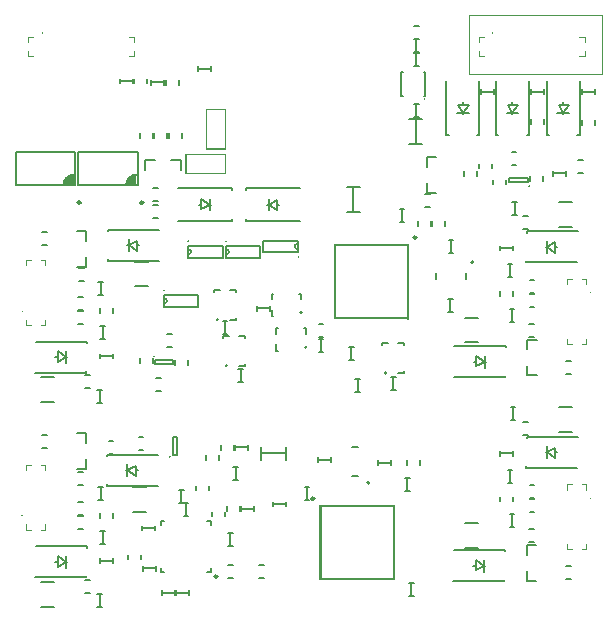
<source format=gbo>
G04*
G04 #@! TF.GenerationSoftware,Altium Limited,Altium Designer,24.9.1 (31)*
G04*
G04 Layer_Color=32896*
%FSLAX44Y44*%
%MOMM*%
G71*
G04*
G04 #@! TF.SameCoordinates,22428939-7FEC-4B67-BCAF-D19850B6772B*
G04*
G04*
G04 #@! TF.FilePolarity,Positive*
G04*
G01*
G75*
%ADD10C,0.1500*%
%ADD11C,0.2000*%
%ADD12C,0.2500*%
%ADD13C,0.1270*%
%ADD14C,0.1000*%
%ADD140C,0.0500*%
G36*
X1324000Y590504D02*
X1262000D01*
X1261800D01*
X1261431Y590351D01*
X1261149Y590069D01*
X1260996Y589700D01*
Y589500D01*
D01*
Y527500D01*
Y527300D01*
X1261149Y526931D01*
X1261431Y526649D01*
X1261800Y526496D01*
X1262000D01*
X1262200D01*
X1262569Y526649D01*
X1262851Y526931D01*
X1263004Y527300D01*
Y527500D01*
D01*
Y588496D01*
X1324000Y588496D01*
X1324416D01*
X1325004Y589084D01*
Y589916D01*
X1324416Y590504D01*
X1324000D01*
D01*
D02*
G37*
G36*
X1337004Y748000D02*
Y810000D01*
Y810200D01*
X1336851Y810569D01*
X1336569Y810851D01*
X1336200Y811004D01*
X1336000D01*
D01*
X1274000D01*
X1273800D01*
X1273431Y810851D01*
X1273149Y810569D01*
X1272996Y810200D01*
Y810000D01*
Y809800D01*
X1273149Y809431D01*
X1273431Y809149D01*
X1273800Y808996D01*
X1274000D01*
D01*
X1334996D01*
X1334996Y748000D01*
Y747584D01*
X1335584Y746996D01*
X1336416D01*
X1337004Y747584D01*
Y748000D01*
D01*
D02*
G37*
G36*
X1053174Y860891D02*
Y869781D01*
X1052299D01*
X1050581Y869439D01*
X1048963Y868769D01*
X1047507Y867796D01*
X1046269Y866558D01*
X1045296Y865102D01*
X1044626Y863484D01*
X1044284Y861767D01*
Y860891D01*
D01*
X1053174D01*
D02*
G37*
G36*
X1106174D02*
Y869781D01*
X1105298D01*
X1103581Y869439D01*
X1101963Y868769D01*
X1100507Y867796D01*
X1099269Y866558D01*
X1098296Y865102D01*
X1097626Y863484D01*
X1097284Y861767D01*
Y860891D01*
D01*
X1106174D01*
D02*
G37*
D10*
X1250207Y723600D02*
G03*
X1250207Y723600I-707J0D01*
G01*
X1134600Y631000D02*
G03*
X1134600Y631000I-500J0D01*
G01*
X1438843Y860000D02*
G03*
X1438843Y860000I-500J0D01*
G01*
X1121000Y716000D02*
G03*
X1121000Y716000I-500J0D01*
G01*
X1317707Y702000D02*
G03*
X1317707Y702000I-707J0D01*
G01*
X1175207Y746900D02*
G03*
X1175207Y746900I-707J0D01*
G01*
X1246207Y753100D02*
G03*
X1246207Y753100I-707J0D01*
G01*
X1182807Y708000D02*
G03*
X1182807Y708000I-707J0D01*
G01*
X1150437Y802548D02*
G03*
X1150274Y806481I88J1973D01*
G01*
X1150000Y813500D02*
G03*
X1150000Y813500I-500J0D01*
G01*
X1129937Y761048D02*
G03*
X1129773Y764981I88J1973D01*
G01*
X1129500Y772000D02*
G03*
X1129500Y772000I-500J0D01*
G01*
X1242063Y810952D02*
G03*
X1242226Y807019I-88J-1973D01*
G01*
X1243500Y800000D02*
G03*
X1243500Y800000I-500J0D01*
G01*
X1182437Y802548D02*
G03*
X1182273Y806481I88J1973D01*
G01*
X1182000Y813500D02*
G03*
X1182000Y813500I-500J0D01*
G01*
X1350250Y934000D02*
G03*
X1350250Y934000I-250J0D01*
G01*
X1210000Y528000D02*
X1214000D01*
X1210000Y539000D02*
X1214000D01*
X1249500Y734600D02*
Y739600D01*
X1248000D02*
X1249500D01*
X1224500D02*
X1226000D01*
X1224500Y734600D02*
Y739600D01*
Y720600D02*
X1226000D01*
X1224500D02*
Y726100D01*
X1169500Y957500D02*
Y961500D01*
X1158500Y957500D02*
Y961500D01*
Y959500D02*
X1169500D01*
X1057500Y790500D02*
X1061500D01*
X1057500Y779500D02*
X1061500D01*
X1198950Y858500D02*
X1245000D01*
X1198950Y856500D02*
Y858500D01*
X1199000Y830500D02*
X1245000D01*
X1199000D02*
Y832500D01*
X1137350Y632000D02*
X1140850D01*
Y648000D01*
X1137350D02*
X1140850D01*
X1137350Y632000D02*
Y648000D01*
X1437343Y863250D02*
Y866750D01*
X1421343D02*
X1437343D01*
X1421343Y863250D02*
Y866750D01*
Y863250D02*
X1437343D01*
X1121500Y709250D02*
Y712750D01*
Y709250D02*
X1137500D01*
Y712750D01*
X1121500D02*
X1137500D01*
X1314000Y727000D02*
X1319500D01*
X1314000Y725500D02*
Y727000D01*
X1328000D02*
X1333000D01*
Y725500D02*
Y727000D01*
X1328000Y702000D02*
X1333000D01*
Y703500D01*
X1171500Y771900D02*
X1177000D01*
X1171500Y770400D02*
Y771900D01*
X1185500D02*
X1190500D01*
Y770400D02*
Y771900D01*
X1185500Y746900D02*
X1190500D01*
Y748400D01*
X1220500Y750100D02*
Y755600D01*
Y750100D02*
X1222000D01*
X1220500Y764100D02*
Y769100D01*
X1222000D01*
X1245500Y764100D02*
Y769100D01*
X1244000D02*
X1245500D01*
X1179100Y733000D02*
X1184600D01*
X1179100Y731500D02*
Y733000D01*
X1193100D02*
X1198100D01*
Y731500D02*
Y733000D01*
X1193100Y708000D02*
X1198100D01*
Y709500D01*
X1150000Y809500D02*
X1179000D01*
Y799500D02*
Y809500D01*
X1150000Y799500D02*
Y809500D01*
Y799500D02*
X1179000D01*
X1129500Y768000D02*
X1158500D01*
Y758000D02*
Y768000D01*
X1129500Y758000D02*
Y768000D01*
Y758000D02*
X1158500D01*
X1213500Y804000D02*
X1242500D01*
X1213500D02*
Y814000D01*
X1242500Y804000D02*
Y814000D01*
X1213500D02*
X1242500D01*
X1182000Y809500D02*
X1211000D01*
Y799500D02*
Y809500D01*
X1182000Y799500D02*
Y809500D01*
Y799500D02*
X1211000D01*
X1336000Y748000D02*
Y810000D01*
X1274000Y748000D02*
Y810000D01*
X1336000D01*
X1274000Y748000D02*
X1336000D01*
X1262000Y589500D02*
X1324000D01*
X1262000Y527500D02*
X1324000D01*
X1262000D02*
Y589500D01*
X1324000Y527500D02*
Y589500D01*
X1350500Y956500D02*
X1350500Y956500D01*
Y936500D02*
Y956500D01*
X1349500Y936500D02*
X1350500Y936500D01*
X1330500Y936500D02*
X1331500D01*
X1330500Y956500D02*
X1331500D01*
X1330500Y956500D02*
X1330500Y956500D01*
X1330500Y936500D02*
Y956500D01*
X1349500Y956500D02*
X1350500D01*
X1384500Y727750D02*
X1395500D01*
X1384500Y748750D02*
X1395500D01*
X1384500Y553750D02*
X1395500D01*
X1384500Y574750D02*
X1395500D01*
X1103000Y605000D02*
X1114000D01*
X1103000Y584000D02*
X1114000D01*
X1104500Y796250D02*
X1115500D01*
X1104500Y775250D02*
X1115500D01*
X1463500Y825750D02*
X1474500D01*
X1463500Y846750D02*
X1474500D01*
X1463500Y651750D02*
X1474500D01*
X1463500Y672750D02*
X1474500D01*
X1025500Y525000D02*
X1036500D01*
X1025500Y504000D02*
X1036500D01*
X1025500Y698250D02*
X1036500D01*
X1025500Y677250D02*
X1036500D01*
X1439000Y769750D02*
X1443000D01*
X1439000Y780750D02*
X1443000D01*
X1439000Y595750D02*
X1443000D01*
X1439000Y606750D02*
X1443000D01*
X1057000Y581000D02*
X1061000D01*
X1057000Y570000D02*
X1061000D01*
X1057000Y754250D02*
X1061000D01*
X1057000Y743250D02*
X1061000D01*
X1439000Y757750D02*
X1443000D01*
X1439000Y768750D02*
X1443000D01*
X1439000Y583750D02*
X1443000D01*
X1439000Y594750D02*
X1443000D01*
X1057000Y593000D02*
X1061000D01*
X1057000Y582000D02*
X1061000D01*
X1057000Y766250D02*
X1061000D01*
X1057000Y755250D02*
X1061000D01*
X1425000Y767250D02*
Y771250D01*
X1414000Y767250D02*
Y771250D01*
X1425000Y593250D02*
Y597250D01*
X1414000Y593250D02*
Y597250D01*
X1075000Y579500D02*
Y583500D01*
X1086000Y579500D02*
Y583500D01*
X1075000Y752750D02*
Y756750D01*
X1086000Y752750D02*
Y756750D01*
X1433500Y823500D02*
X1437500D01*
X1433500Y834500D02*
X1437500D01*
X1433500Y649750D02*
X1437500D01*
X1433500Y660750D02*
X1437500D01*
X1062500Y527000D02*
X1066500D01*
X1062500Y516000D02*
X1066500D01*
X1062500Y700250D02*
X1066500D01*
X1062500Y689250D02*
X1066500D01*
X1438500Y732750D02*
X1442500D01*
X1438500Y743750D02*
X1442500D01*
X1438500Y558750D02*
X1442500D01*
X1438500Y569750D02*
X1442500D01*
X1057000Y618000D02*
X1061000D01*
X1057000Y607000D02*
X1061000D01*
X1470000Y712250D02*
X1474000D01*
X1470000Y701250D02*
X1474000D01*
X1470000Y538250D02*
X1474000D01*
X1470000Y527250D02*
X1474000D01*
X1026000Y638500D02*
X1030000D01*
X1026000Y649500D02*
X1030000D01*
X1026000Y810000D02*
X1030000D01*
X1026000Y821000D02*
X1030000D01*
X1480000Y882500D02*
X1484000D01*
X1480000Y871500D02*
X1484000D01*
X1356000Y826500D02*
Y830500D01*
X1367000Y826500D02*
Y830500D01*
X1344500Y826500D02*
Y830500D01*
X1355500Y826500D02*
Y830500D01*
X1260500Y743000D02*
X1264500D01*
X1260500Y732000D02*
X1264500D01*
X1383500Y869000D02*
Y873000D01*
X1394500Y869000D02*
Y873000D01*
X1350500Y842000D02*
X1354500D01*
X1350500Y853000D02*
X1354500D01*
X1396000Y875000D02*
Y879000D01*
X1407000Y875000D02*
Y879000D01*
X1183000Y585000D02*
Y589000D01*
X1194000Y585000D02*
Y589000D01*
X1099000Y544000D02*
Y548000D01*
X1110000Y544000D02*
Y548000D01*
X1184000Y528000D02*
X1188000D01*
X1184000Y539000D02*
X1188000D01*
X1494000Y912000D02*
Y916000D01*
X1483000Y912000D02*
Y916000D01*
X1170500Y580500D02*
Y584500D01*
X1181500Y580500D02*
Y584500D01*
X1082500Y633500D02*
X1086500D01*
X1082500Y644500D02*
X1086500D01*
X1178000Y637000D02*
Y641000D01*
X1189000Y637000D02*
Y641000D01*
X1165000Y628000D02*
Y632000D01*
X1176000Y628000D02*
Y632000D01*
X1108000Y647500D02*
X1112000D01*
X1108000Y636500D02*
X1112000D01*
X1408000Y861500D02*
Y865500D01*
X1419000Y861500D02*
Y865500D01*
X1439343Y864500D02*
Y868500D01*
X1450343Y864500D02*
Y868500D01*
X1335500Y624000D02*
Y628000D01*
X1346500Y624000D02*
Y628000D01*
X1131000Y946000D02*
Y950000D01*
X1142000Y946000D02*
Y950000D01*
X1423843Y878000D02*
X1427843D01*
X1423843Y889000D02*
X1427843D01*
X1167500Y602500D02*
Y606500D01*
X1156500Y602500D02*
Y606500D01*
X1104000Y947000D02*
Y951000D01*
X1115000Y947000D02*
Y951000D01*
X1123000Y687000D02*
X1127000D01*
X1123000Y698000D02*
X1127000D01*
X1139000Y709000D02*
Y713000D01*
X1150000Y709000D02*
Y713000D01*
X1132000Y724000D02*
X1136000D01*
X1132000Y735000D02*
X1136000D01*
X1109000Y710500D02*
Y714500D01*
X1120000Y710500D02*
Y714500D01*
X1451500Y912500D02*
Y916500D01*
X1440500Y912500D02*
Y916500D01*
X1341000Y996000D02*
X1345000D01*
X1341000Y985000D02*
X1345000D01*
X1120044Y847861D02*
X1124044D01*
X1120044Y858861D02*
X1124044D01*
X1120000Y844500D02*
X1124000D01*
X1120000Y833500D02*
X1124000D01*
X1132000Y901000D02*
Y905000D01*
X1121000Y901000D02*
Y905000D01*
X1109500Y901000D02*
Y905000D01*
X1120500Y901000D02*
Y905000D01*
X1134000Y901000D02*
Y905000D01*
X1145000Y901000D02*
Y905000D01*
X1374850Y698500D02*
X1418050D01*
X1375400Y724500D02*
X1418600D01*
X1418050Y699000D02*
Y699500D01*
X1418600Y723500D02*
Y724500D01*
X1374350Y525750D02*
X1417550D01*
X1374900Y551750D02*
X1418100D01*
X1417550Y526250D02*
Y526750D01*
X1418100Y550750D02*
Y551750D01*
X1081450Y632500D02*
X1124650D01*
X1080900Y606500D02*
X1124100D01*
X1081450Y631500D02*
Y632000D01*
X1080900Y606500D02*
Y607500D01*
X1082450Y823000D02*
X1125650D01*
X1081900Y797000D02*
X1125100D01*
X1082450Y822000D02*
Y822500D01*
X1081900Y797000D02*
Y798000D01*
X1436450Y821750D02*
X1479650D01*
X1435900Y795750D02*
X1479100D01*
X1436450Y820750D02*
Y821250D01*
X1435900Y795750D02*
Y796750D01*
X1436450Y647750D02*
X1479650D01*
X1435900Y621750D02*
X1479100D01*
X1436450Y646750D02*
Y647250D01*
X1435900Y621750D02*
Y622750D01*
X1020350Y529000D02*
X1063550D01*
X1020900Y555000D02*
X1064100D01*
X1063550Y529500D02*
Y530000D01*
X1064100Y554000D02*
Y555000D01*
X1020350Y702250D02*
X1063550D01*
X1020900Y728250D02*
X1064100D01*
X1063550Y702750D02*
Y703250D01*
X1064100Y727250D02*
Y728250D01*
X1187000Y856500D02*
Y858500D01*
X1187050Y830500D02*
Y832500D01*
X1141000Y830500D02*
X1187050D01*
X1141000Y858500D02*
X1187000D01*
X1394500Y903000D02*
X1396500D01*
X1368500Y902950D02*
X1370500D01*
X1368500D02*
Y949000D01*
X1396500Y903000D02*
Y949000D01*
X1479500Y903000D02*
X1481500D01*
X1453500Y902950D02*
X1455500D01*
X1453500D02*
Y949000D01*
X1481500Y903000D02*
Y949000D01*
X1436500Y903000D02*
X1438500D01*
X1410500Y902950D02*
X1412500D01*
X1410500D02*
Y949000D01*
X1438500Y903000D02*
Y949000D01*
X1424000Y745250D02*
Y756250D01*
X1422000D02*
X1426000D01*
X1422000Y745250D02*
X1426000D01*
X1424000Y571250D02*
Y582250D01*
X1422000D02*
X1426000D01*
X1422000Y571250D02*
X1426000D01*
X1076000Y594000D02*
Y605000D01*
X1074000Y594000D02*
X1078000D01*
X1074000Y605000D02*
X1078000D01*
X1076000Y767750D02*
Y778750D01*
X1074000Y767750D02*
X1078000D01*
X1074000Y778750D02*
X1078000D01*
X1414000Y807750D02*
X1425000D01*
Y805750D02*
Y809750D01*
X1414000Y805750D02*
Y809750D01*
X1414000Y633750D02*
X1425000D01*
Y631750D02*
Y635750D01*
X1414000Y631750D02*
Y635750D01*
X1075000Y543000D02*
X1086000D01*
X1075000Y541000D02*
Y545000D01*
X1086000Y541000D02*
Y545000D01*
X1075000Y716250D02*
X1086000D01*
X1075000Y714250D02*
Y718250D01*
X1086000Y714250D02*
Y718250D01*
X1426500Y835500D02*
Y846500D01*
X1424500D02*
X1428500D01*
X1424500Y835500D02*
X1428500D01*
X1425000Y662250D02*
Y673250D01*
X1423000D02*
X1427000D01*
X1423000Y662250D02*
X1427000D01*
X1075000Y503500D02*
Y514500D01*
X1073000Y503500D02*
X1077000D01*
X1073000Y514500D02*
X1077000D01*
X1075000Y676750D02*
Y687750D01*
X1073000Y676750D02*
X1077000D01*
X1073000Y687750D02*
X1077000D01*
X1422500Y782750D02*
Y793750D01*
X1420500Y782750D02*
X1424500D01*
X1420500Y793750D02*
X1424500D01*
X1422500Y608750D02*
Y619750D01*
X1420500Y608750D02*
X1424500D01*
X1420500Y619750D02*
X1424500D01*
X1077500Y557000D02*
Y568000D01*
X1075500D02*
X1079500D01*
X1075500Y557000D02*
X1079500D01*
X1077500Y730250D02*
Y741250D01*
X1075500D02*
X1079500D01*
X1075500Y730250D02*
X1079500D01*
X1323500Y687500D02*
Y698500D01*
X1321500D02*
X1325500D01*
X1321500Y687500D02*
X1325500D01*
X1181000Y734500D02*
Y745500D01*
X1179000D02*
X1183000D01*
X1179000Y734500D02*
X1183000D01*
X1208000Y756500D02*
X1219000D01*
X1208000Y754500D02*
Y758500D01*
X1219000Y754500D02*
Y758500D01*
X1194500Y694000D02*
Y705000D01*
X1192500D02*
X1196500D01*
X1192500Y694000D02*
X1196500D01*
X1262500Y720000D02*
Y731000D01*
X1260500D02*
X1264500D01*
X1260500Y720000D02*
X1264500D01*
X1458500Y871000D02*
X1469500D01*
X1458500Y869000D02*
Y873000D01*
X1469500Y869000D02*
Y873000D01*
X1372000Y753500D02*
Y764500D01*
X1370000D02*
X1374000D01*
X1370000Y753500D02*
X1374000D01*
X1372500Y803500D02*
Y814500D01*
X1370500Y803500D02*
X1374500D01*
X1370500Y814500D02*
X1374500D01*
X1289500Y839000D02*
Y859500D01*
X1284000Y838500D02*
X1295000D01*
X1284000Y859500D02*
X1295000D01*
X1288000Y713000D02*
Y724000D01*
X1286000D02*
X1290000D01*
X1286000Y713000D02*
X1290000D01*
X1331000Y830000D02*
Y841000D01*
X1329000Y830000D02*
X1333000D01*
X1329000Y841000D02*
X1333000D01*
X1398000Y940000D02*
X1409000D01*
Y938000D02*
Y942000D01*
X1398000Y938000D02*
Y942000D01*
X1260000Y628500D02*
X1271000D01*
Y626500D02*
Y630500D01*
X1260000Y626500D02*
Y630500D01*
X1311000Y626000D02*
X1322000D01*
X1311000Y624000D02*
Y628000D01*
X1322000Y624000D02*
Y628000D01*
X1339000Y513000D02*
Y524000D01*
X1337000D02*
X1341000D01*
X1337000Y513000D02*
X1341000D01*
X1222000Y591000D02*
X1233000D01*
Y589000D02*
Y593000D01*
X1222000Y589000D02*
Y593000D01*
X1250500Y594500D02*
Y605500D01*
X1248500Y594500D02*
X1252500D01*
X1248500Y605500D02*
X1252500D01*
X1195000Y587000D02*
X1206000D01*
X1195000Y585000D02*
Y589000D01*
X1206000Y585000D02*
Y589000D01*
X1128000Y516000D02*
X1139000D01*
Y514000D02*
Y518000D01*
X1128000Y514000D02*
Y518000D01*
X1140000Y516000D02*
X1151000D01*
Y514000D02*
Y518000D01*
X1140000Y514000D02*
Y518000D01*
X1148000Y580500D02*
Y591500D01*
X1146000D02*
X1150000D01*
X1146000Y580500D02*
X1150000D01*
X1144000Y592000D02*
Y603000D01*
X1142000D02*
X1146000D01*
X1142000Y592000D02*
X1146000D01*
X1111500Y536500D02*
X1122500D01*
X1111500Y534500D02*
Y538500D01*
X1122500Y534500D02*
Y538500D01*
X1111000Y570500D02*
X1122000D01*
Y568500D02*
Y572500D01*
X1111000Y568500D02*
Y572500D01*
X1185500Y555500D02*
Y566500D01*
X1183500Y555500D02*
X1187500D01*
X1183500Y566500D02*
X1187500D01*
X1483000Y940000D02*
X1494000D01*
X1483000Y938000D02*
Y942000D01*
X1494000Y938000D02*
Y942000D01*
X1212000Y634000D02*
X1232500D01*
X1211500Y628500D02*
Y639500D01*
X1232500Y628500D02*
Y639500D01*
X1189500Y639000D02*
X1200500D01*
X1189500Y637000D02*
Y641000D01*
X1200500Y637000D02*
Y641000D01*
X1293500Y685500D02*
Y696500D01*
X1291500D02*
X1295500D01*
X1291500Y685500D02*
X1295500D01*
X1190000Y611500D02*
Y622500D01*
X1188000Y611500D02*
X1192000D01*
X1188000Y622500D02*
X1192000D01*
X1335500Y602000D02*
Y613000D01*
X1333500D02*
X1337500D01*
X1333500Y602000D02*
X1337500D01*
X1118500Y948000D02*
X1129500D01*
X1118500Y946000D02*
Y950000D01*
X1129500Y946000D02*
Y950000D01*
X1092500Y949000D02*
X1103500D01*
X1092500Y947000D02*
Y951000D01*
X1103500Y947000D02*
Y951000D01*
X1440500Y940000D02*
X1451500D01*
X1440500Y938000D02*
Y942000D01*
X1451500Y938000D02*
Y942000D01*
X1342500Y896000D02*
Y916500D01*
X1337000Y917000D02*
X1348000D01*
X1337000Y896000D02*
X1348000D01*
X1343000Y919000D02*
Y930000D01*
X1341000D02*
X1345000D01*
X1341000Y919000D02*
X1345000D01*
X1343000Y962000D02*
Y973000D01*
X1341000D02*
X1345000D01*
X1341000Y962000D02*
X1345000D01*
X1343000Y973500D02*
Y984500D01*
X1341000D02*
X1345000D01*
X1341000Y973500D02*
X1345000D01*
D11*
X1391500Y795500D02*
G03*
X1391500Y795500I-1000J0D01*
G01*
X1303500Y609000D02*
G03*
X1303500Y609000I-1000J0D01*
G01*
X1053174Y869781D02*
G03*
X1044284Y860891I0J-8890D01*
G01*
X1106174Y869781D02*
G03*
X1097284Y860891I0J-8890D01*
G01*
X1225000Y844500D02*
X1227000D01*
X1218000D02*
X1225000Y839500D01*
X1218000Y844500D02*
X1225000Y848500D01*
X1217000Y844500D02*
X1218000D01*
Y839500D02*
Y849500D01*
X1225000Y839500D02*
Y848500D01*
X1169500Y573250D02*
Y576500D01*
X1166250D02*
X1169500D01*
X1126500D02*
X1129750D01*
X1126500Y573250D02*
Y576500D01*
Y533500D02*
Y536750D01*
Y533500D02*
X1129750D01*
X1169500D02*
Y536750D01*
X1166250Y533500D02*
X1169500D01*
X1352000Y884500D02*
X1360000D01*
X1352000Y876500D02*
Y884500D01*
Y854500D02*
X1360000D01*
X1352000D02*
Y862500D01*
X1143500Y874000D02*
Y882000D01*
X1135500D02*
X1143500D01*
X1113500Y874000D02*
Y882000D01*
X1121500D01*
X1054044Y860891D02*
Y888831D01*
X1004044Y860891D02*
X1054044D01*
X1004044D02*
Y888831D01*
X1054044D01*
X1107044Y860891D02*
Y888831D01*
X1057044Y860891D02*
X1107044D01*
X1057044D02*
Y888831D01*
X1107044D01*
X1437000Y730000D02*
X1445000D01*
X1437000Y722000D02*
Y730000D01*
Y700000D02*
X1445000D01*
X1437000D02*
Y708000D01*
X1436500Y555950D02*
X1444500D01*
X1436500Y547950D02*
Y555950D01*
Y525950D02*
X1444500D01*
X1436500D02*
Y533950D01*
X1055500Y620800D02*
X1063500D01*
Y628800D01*
X1055500Y650800D02*
X1063500D01*
Y642800D02*
Y650800D01*
X1055500Y792000D02*
X1063500D01*
Y800000D01*
X1055500Y822000D02*
X1063500D01*
Y814000D02*
Y822000D01*
X1392000Y711500D02*
X1394000D01*
X1401000D02*
X1402000D01*
X1394000Y707500D02*
Y716500D01*
X1401000Y711500D01*
X1394000Y707500D02*
X1401000Y711500D01*
Y706500D02*
Y716500D01*
X1391500Y538750D02*
X1393500D01*
X1400500D02*
X1401500D01*
X1393500Y534750D02*
Y543750D01*
X1400500Y538750D01*
X1393500Y534750D02*
X1400500Y538750D01*
Y533750D02*
Y543750D01*
X1105500Y619500D02*
X1107500D01*
X1097500D02*
X1098500D01*
X1105500Y614500D02*
Y623500D01*
X1098500Y619500D02*
X1105500Y614500D01*
X1098500Y619500D02*
X1105500Y623500D01*
X1098500Y614500D02*
Y624500D01*
X1106500Y810000D02*
X1108500D01*
X1098500D02*
X1099500D01*
X1106500Y805000D02*
Y814000D01*
X1099500Y810000D02*
X1106500Y805000D01*
X1099500Y810000D02*
X1106500Y814000D01*
X1099500Y805000D02*
Y815000D01*
X1460500Y808750D02*
X1462500D01*
X1452500D02*
X1453500D01*
X1460500Y803750D02*
Y812750D01*
X1453500Y808750D02*
X1460500Y803750D01*
X1453500Y808750D02*
X1460500Y812750D01*
X1453500Y803750D02*
Y813750D01*
X1460500Y634750D02*
X1462500D01*
X1452500D02*
X1453500D01*
X1460500Y629750D02*
Y638750D01*
X1453500Y634750D02*
X1460500Y629750D01*
X1453500Y634750D02*
X1460500Y638750D01*
X1453500Y629750D02*
Y639750D01*
X1037500Y542000D02*
X1039500D01*
X1046500D02*
X1047500D01*
X1039500Y538000D02*
Y547000D01*
X1046500Y542000D01*
X1039500Y538000D02*
X1046500Y542000D01*
Y537000D02*
Y547000D01*
X1037500Y715250D02*
X1039500D01*
X1046500D02*
X1047500D01*
X1039500Y711250D02*
Y720250D01*
X1046500Y715250D01*
X1039500Y711250D02*
X1046500Y715250D01*
Y710250D02*
Y720250D01*
X1159000Y844500D02*
X1161000D01*
X1168000D02*
X1169000D01*
X1161000Y840500D02*
Y849500D01*
X1168000Y844500D01*
X1161000Y840500D02*
X1168000Y844500D01*
Y839500D02*
Y849500D01*
X1382500Y929000D02*
Y931000D01*
Y921000D02*
Y922000D01*
X1378500Y929000D02*
X1387500D01*
X1382500Y922000D02*
X1387500Y929000D01*
X1378500D02*
X1382500Y922000D01*
X1377500D02*
X1387500D01*
X1467500Y929000D02*
Y931000D01*
Y921000D02*
Y922000D01*
X1463500Y929000D02*
X1472500D01*
X1467500Y922000D02*
X1472500Y929000D01*
X1463500D02*
X1467500Y922000D01*
X1462500D02*
X1472500D01*
X1424500Y929000D02*
Y931000D01*
Y921000D02*
Y922000D01*
X1420500Y929000D02*
X1429500D01*
X1424500Y922000D02*
X1429500Y929000D01*
X1420500D02*
X1424500Y922000D01*
X1419500D02*
X1429500D01*
D12*
X1174650Y529600D02*
G03*
X1174650Y529600I-1250J0D01*
G01*
X1343250Y816500D02*
G03*
X1343250Y816500I-1250J0D01*
G01*
X1256750Y595500D02*
G03*
X1256750Y595500I-1250J0D01*
G01*
X1058844Y846161D02*
G03*
X1058844Y846161I-1250J0D01*
G01*
X1111844D02*
G03*
X1111844Y846161I-1250J0D01*
G01*
D13*
X1385000Y781300D02*
Y786700D01*
X1360000Y781300D02*
Y786700D01*
X1288300Y614500D02*
X1293700D01*
X1288300Y639500D02*
X1293700D01*
D14*
X1490000Y769750D02*
G03*
X1491000Y769750I500J0D01*
G01*
D02*
G03*
X1490000Y769750I-500J0D01*
G01*
Y595750D02*
G03*
X1491000Y595750I500J0D01*
G01*
D02*
G03*
X1490000Y595750I-500J0D01*
G01*
X1010000Y581000D02*
G03*
X1009000Y581000I-500J0D01*
G01*
D02*
G03*
X1010000Y581000I500J0D01*
G01*
Y754250D02*
G03*
X1009000Y754250I-500J0D01*
G01*
D02*
G03*
X1010000Y754250I500J0D01*
G01*
X1407750Y989130D02*
G03*
X1407750Y990130I0J500D01*
G01*
D02*
G03*
X1407750Y989130I0J-500D01*
G01*
X1026250D02*
G03*
X1026250Y990130I0J500D01*
G01*
D02*
G03*
X1026250Y989130I0J-500D01*
G01*
X1471000Y781500D02*
X1475000D01*
X1471000Y777000D02*
Y781500D01*
X1483000D02*
X1487000D01*
Y777000D02*
Y781500D01*
X1471000Y726500D02*
X1475000D01*
X1471000D02*
Y731000D01*
X1483000Y726500D02*
X1487000D01*
Y731000D01*
X1471000Y607500D02*
X1475000D01*
X1471000Y603000D02*
Y607500D01*
X1483000D02*
X1487000D01*
Y603000D02*
Y607500D01*
X1471000Y552500D02*
X1475000D01*
X1471000D02*
Y557000D01*
X1483000Y552500D02*
X1487000D01*
Y557000D01*
X1025000Y569250D02*
X1029000D01*
Y573750D01*
X1013000Y569250D02*
X1017000D01*
X1013000D02*
Y573750D01*
X1025000Y624250D02*
X1029000D01*
Y619750D02*
Y624250D01*
X1013000D02*
X1017000D01*
X1013000Y619750D02*
Y624250D01*
X1025000Y742500D02*
X1029000D01*
Y747000D01*
X1013000Y742500D02*
X1017000D01*
X1013000D02*
Y747000D01*
X1025000Y797500D02*
X1029000D01*
Y793000D02*
Y797500D01*
X1013000D02*
X1017000D01*
X1013000Y793000D02*
Y797500D01*
X1481250Y986130D02*
X1485750D01*
Y982130D02*
Y986130D01*
X1481250Y970130D02*
X1485750D01*
Y974130D01*
X1395750Y986130D02*
X1400250D01*
X1395750Y982130D02*
Y986130D01*
Y970130D02*
X1400250D01*
X1395750D02*
Y974130D01*
X1099750Y986130D02*
X1104250D01*
Y982130D02*
Y986130D01*
X1099750Y970130D02*
X1104250D01*
Y974130D01*
X1014250Y986130D02*
X1018750D01*
X1014250Y982130D02*
Y986130D01*
Y970130D02*
X1018750D01*
X1014250D02*
Y974130D01*
X1148500Y871500D02*
X1181500D01*
X1148500Y887500D02*
X1181500D01*
X1148500Y871500D02*
Y887500D01*
X1181500Y871500D02*
Y887500D01*
X1147600Y871500D02*
Y887500D01*
Y871500D02*
X1148500D01*
X1147600Y872400D02*
X1148500Y871500D01*
X1147600Y872400D02*
Y886600D01*
Y887500D02*
X1151229D01*
X1181000Y892500D02*
Y925500D01*
X1165000Y892500D02*
Y925500D01*
Y892500D02*
X1181000D01*
X1165000Y925500D02*
X1181000D01*
X1165000Y891600D02*
X1181000D01*
Y892500D01*
X1180100Y891600D02*
X1181000Y892500D01*
X1165900Y891600D02*
X1180100D01*
X1165000D02*
Y895229D01*
D140*
X1388000Y955000D02*
X1500005D01*
X1388000Y1005005D02*
X1500005D01*
Y955000D02*
Y1005005D01*
X1388000Y955000D02*
Y1005005D01*
M02*

</source>
